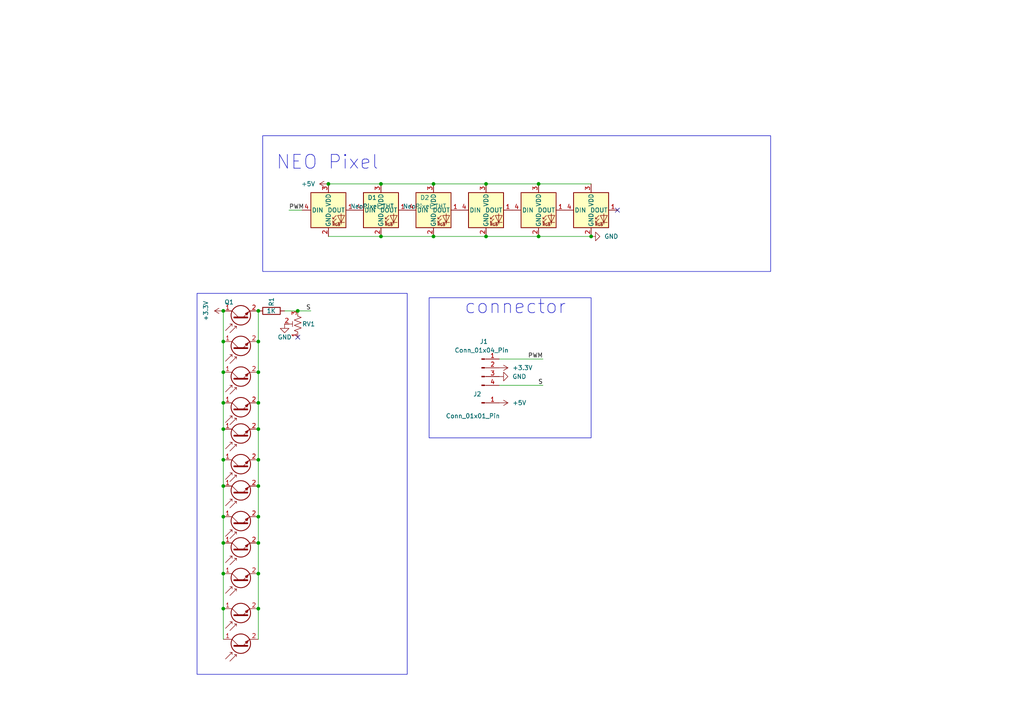
<source format=kicad_sch>
(kicad_sch (version 20230121) (generator eeschema)
  (paper "A4")
  (lib_symbols
    (symbol "Connector:Conn_01x01_Pin" (pin_names (offset 1.016) hide)
      (property "Reference" "J" (at 0 2.54 0))
      (property "Value" "Conn_01x01_Pin" (at 0 -2.54 0))
      (symbol "Conn_01x01_Pin_1_1"
        (polyline (pts (xy 1.27 0) (xy 0.8636 0)) (stroke (width 0.1524)))
        (rectangle (start 0.8636 0.127) (end 0 -0.127) (stroke (width 0.1524)) (fill (type outline)))
        (pin passive line (at 5.08 0 180) (length 3.81) (name "Pin_1") (number "1"))
      )
    )
    (symbol "Connector:Conn_01x04_Pin" (pin_names (offset 1.016) hide)
      (property "Reference" "J" (at 0 5.08 0))
      (property "Value" "Conn_01x04_Pin" (at 0 -7.62 0))
      (symbol "Conn_01x04_Pin_1_1"
        (polyline (pts (xy 1.27 -5.08) (xy 0.8636 -5.08)) (stroke (width 0.1524)))
        (polyline (pts (xy 1.27 -2.54) (xy 0.8636 -2.54)) (stroke (width 0.1524)))
        (polyline (pts (xy 1.27 0) (xy 0.8636 0)) (stroke (width 0.1524)))
        (polyline (pts (xy 1.27 2.54) (xy 0.8636 2.54)) (stroke (width 0.1524)))
        (rectangle (start 0.8636 -4.953) (end 0 -5.207) (stroke (width 0.1524)) (fill (type outline)))
        (rectangle (start 0.8636 -2.413) (end 0 -2.667) (stroke (width 0.1524)) (fill (type outline)))
        (rectangle (start 0.8636 0.127) (end 0 -0.127) (stroke (width 0.1524)) (fill (type outline)))
        (rectangle (start 0.8636 2.667) (end 0 2.413) (stroke (width 0.1524)) (fill (type outline)))
        (pin passive line (at 5.08 2.54 180) (length 3.81) (name "Pin_1") (number "1"))
        (pin passive line (at 5.08 0 180) (length 3.81) (name "Pin_2") (number "2"))
        (pin passive line (at 5.08 -2.54 180) (length 3.81) (name "Pin_3") (number "3"))
        (pin passive line (at 5.08 -5.08 180) (length 3.81) (name "Pin_4") (number "4"))
      )
    )
    (symbol "Device:Q_Photo_NPN" (pin_names (offset 0) hide)
      (property "Reference" "Q" (at 5.08 1.27 0))
      (property "Value" "Q_Photo_NPN" (at 5.08 -1.27 0))
      (symbol "Q_Photo_NPN_0_1"
        (polyline (pts (xy -1.905 1.27) (xy -2.54 1.27)))
        (polyline (pts (xy -1.27 2.54) (xy -1.905 2.54)))
        (polyline (pts (xy 0.635 0.635) (xy 2.54 2.54)))
        (polyline (pts (xy -3.81 3.175) (xy -1.905 1.27) (xy -1.905 1.905)))
        (polyline (pts (xy -3.175 4.445) (xy -1.27 2.54) (xy -1.27 3.175)))
        (polyline (pts (xy 0.635 -0.635) (xy 2.54 -2.54) (xy 2.54 -2.54)))
        (polyline (pts (xy 0.635 1.905) (xy 0.635 -1.905) (xy 0.635 -1.905)) (stroke (width 0.508)))
        (polyline (pts (xy 1.27 -1.778) (xy 1.778 -1.27) (xy 2.286 -2.286) (xy 1.27 -1.778) (xy 1.27 -1.778)) (fill (type outline)))
        (circle (center 1.27 0) (radius 2.8194) (stroke (width 0.254)))
      )
      (symbol "Q_Photo_NPN_1_1"
        (pin passive line (at 2.54 5.08 270) (length 2.54) (name "C") (number "1"))
        (pin passive line (at 2.54 -5.08 90) (length 2.54) (name "E") (number "2"))
      )
    )
    (symbol "Device:R" (pin_numbers hide) (pin_names (offset 0))
      (property "Reference" "R" (at 2.032 0 90))
      (property "Value" "R" (at 0 0 90))
      (symbol "R_0_1"
        (rectangle (start -1.016 -2.54) (end 1.016 2.54) (stroke (width 0.254)))
      )
      (symbol "R_1_1"
        (pin passive line (at 0 3.81 270) (length 1.27) (name "~") (number "1"))
        (pin passive line (at 0 -3.81 90) (length 1.27) (name "~") (number "2"))
      )
    )
    (symbol "Device:R_Potentiometer_Trim_US" (pin_names (offset 1.016) hide)
      (property "Reference" "RV" (at -4.445 0 90))
      (property "Value" "R_Potentiometer_Trim_US" (at -2.54 0 90))
      (symbol "R_Potentiometer_Trim_US_0_1"
        (polyline (pts (xy 0 -2.286) (xy 0 -2.54)))
        (polyline (pts (xy 0 2.286) (xy 0 2.54)))
        (polyline (pts (xy 1.524 0.762) (xy 1.524 -0.762)))
        (polyline (pts (xy 2.54 0) (xy 1.524 0)))
        (polyline (pts (xy 0 -0.762) (xy 1.016 -1.143) (xy 0 -1.524) (xy -1.016 -1.905) (xy 0 -2.286)))
        (polyline (pts (xy 0 0.762) (xy 1.016 0.381) (xy 0 0) (xy -1.016 -0.381) (xy 0 -0.762)))
        (polyline (pts (xy 0 2.286) (xy 1.016 1.905) (xy 0 1.524) (xy -1.016 1.143) (xy 0 0.762)))
      )
      (symbol "R_Potentiometer_Trim_US_1_1"
        (pin passive line (at 0 3.81 270) (length 1.27) (name "1") (number "1"))
        (pin passive line (at 3.81 0 180) (length 1.27) (name "2") (number "2"))
        (pin passive line (at 0 -3.81 90) (length 1.27) (name "3") (number "3"))
      )
    )
    (symbol "LED:NeoPixel_THT" (pin_names (offset 0.254))
      (property "Reference" "D" (at 5.08 5.715 0))
      (property "Value" "NeoPixel_THT" (at 1.27 -5.715 0))
      (symbol "NeoPixel_THT_0_0"
        (text "RGB" (at 2.286 -4.191 0) (effects (font (size 0.762 0.762))))
      )
      (symbol "NeoPixel_THT_0_1"
        (polyline (pts (xy 1.27 -3.556) (xy 1.778 -3.556)))
        (polyline (pts (xy 1.27 -2.54) (xy 1.778 -2.54)))
        (polyline (pts (xy 4.699 -3.556) (xy 2.667 -3.556)))
        (polyline (pts (xy 2.286 -2.54) (xy 1.27 -3.556) (xy 1.27 -3.048)))
        (polyline (pts (xy 2.286 -1.524) (xy 1.27 -2.54) (xy 1.27 -2.032)))
        (polyline (pts (xy 3.683 -1.016) (xy 3.683 -3.556) (xy 3.683 -4.064)))
        (polyline (pts (xy 4.699 -1.524) (xy 2.667 -1.524) (xy 3.683 -3.556) (xy 4.699 -1.524)))
        (rectangle (start 5.08 5.08) (end -5.08 -5.08) (stroke (width 0.254)) (fill (type background)))
      )
      (symbol "NeoPixel_THT_1_1"
        (pin output line (at 7.62 0 180) (length 2.54) (name "DOUT") (number "1"))
        (pin power_in line (at 0 -7.62 90) (length 2.54) (name "GND") (number "2"))
        (pin power_in line (at 0 7.62 270) (length 2.54) (name "VDD") (number "3"))
        (pin input line (at -7.62 0 0) (length 2.54) (name "DIN") (number "4"))
      )
    )
    (symbol "power:+3.3V" (power) (pin_names (offset 0))
      (property "Value" "+3.3V" (at 0 3.556 0))
      (symbol "+3.3V_0_1"
        (polyline (pts (xy -0.762 1.27) (xy 0 2.54)))
        (polyline (pts (xy 0 0) (xy 0 2.54)))
        (polyline (pts (xy 0 2.54) (xy 0.762 1.27)))
      )
      (symbol "+3.3V_1_1"
        (pin power_in line (at 0 0 90) (length 0) hide (name "+3.3V") (number "1"))
      )
    )
    (symbol "power:+5V" (power) (pin_names (offset 0))
      (property "Value" "+5V" (at 0 3.556 0))
      (symbol "+5V_0_1"
        (polyline (pts (xy -0.762 1.27) (xy 0 2.54)))
        (polyline (pts (xy 0 0) (xy 0 2.54)))
        (polyline (pts (xy 0 2.54) (xy 0.762 1.27)))
      )
      (symbol "+5V_1_1"
        (pin power_in line (at 0 0 90) (length 0) hide (name "+5V") (number "1"))
      )
    )
    (symbol "power:GND" (power) (pin_names (offset 0))
      (property "Value" "GND" (at 0 -3.81 0))
      (symbol "GND_0_1"
        (polyline (pts (xy 0 0) (xy 0 -1.27) (xy 1.27 -1.27) (xy 0 -2.54) (xy -1.27 -1.27) (xy 0 -1.27)))
      )
      (symbol "GND_1_1"
        (pin power_in line (at 0 0 270) (length 0) hide (name "GND") (number "1"))
      )
    )
  )
  (junction (at 64.77 116.84))
  (junction (at 125.73 53.34))
  (junction (at 64.77 176.53))
  (junction (at 74.93 157.48))
  (junction (at 125.73 68.58))
  (junction (at 64.77 157.48))
  (junction (at 140.97 53.34))
  (junction (at 110.49 53.34))
  (junction (at 74.93 90.17))
  (junction (at 74.93 140.97))
  (junction (at 156.21 53.34))
  (junction (at 74.93 99.06))
  (junction (at 64.77 99.06))
  (junction (at 74.93 124.46))
  (junction (at 74.93 133.35))
  (junction (at 64.77 149.86))
  (junction (at 171.45 68.58))
  (junction (at 64.77 90.17))
  (junction (at 74.93 149.86))
  (junction (at 64.77 133.35))
  (junction (at 74.93 176.53))
  (junction (at 110.49 68.58))
  (junction (at 140.97 68.58))
  (junction (at 64.77 107.95))
  (junction (at 156.21 68.58))
  (junction (at 74.93 166.37))
  (junction (at 64.77 166.37))
  (junction (at 74.93 107.95))
  (junction (at 95.25 53.34))
  (junction (at 64.77 124.46))
  (junction (at 74.93 116.84))
  (junction (at 86.36 90.17))
  (junction (at 64.77 140.97))
  (no_connect (at 179.07 60.96))
  (no_connect (at 86.36 97.79))
  (wire (pts (xy 83.82 60.96) (xy 87.63 60.96)))
  (wire (pts (xy 140.97 68.58) (xy 156.21 68.58)))
  (wire (pts (xy 74.93 90.17) (xy 74.93 99.06)))
  (wire (pts (xy 74.93 176.53) (xy 74.93 185.42)))
  (wire (pts (xy 64.77 157.48) (xy 64.77 166.37)))
  (wire (pts (xy 74.93 124.46) (xy 74.93 133.35)))
  (wire (pts (xy 140.97 53.34) (xy 156.21 53.34)))
  (wire (pts (xy 64.77 149.86) (xy 64.77 157.48)))
  (wire (pts (xy 74.93 140.97) (xy 74.93 149.86)))
  (wire (pts (xy 64.77 176.53) (xy 64.77 185.42)))
  (wire (pts (xy 74.93 157.48) (xy 74.93 166.37)))
  (wire (pts (xy 64.77 107.95) (xy 64.77 116.84)))
  (wire (pts (xy 74.93 149.86) (xy 74.93 157.48)))
  (wire (pts (xy 110.49 68.58) (xy 125.73 68.58)))
  (wire (pts (xy 82.55 90.17) (xy 86.36 90.17)))
  (wire (pts (xy 64.77 166.37) (xy 64.77 176.53)))
  (wire (pts (xy 95.25 68.58) (xy 110.49 68.58)))
  (wire (pts (xy 74.93 99.06) (xy 74.93 107.95)))
  (wire (pts (xy 95.25 53.34) (xy 110.49 53.34)))
  (wire (pts (xy 74.93 107.95) (xy 74.93 116.84)))
  (wire (pts (xy 110.49 53.34) (xy 125.73 53.34)))
  (wire (pts (xy 140.97 68.58) (xy 125.73 68.58)))
  (wire (pts (xy 157.48 111.76) (xy 144.78 111.76)))
  (wire (pts (xy 64.77 133.35) (xy 64.77 140.97)))
  (wire (pts (xy 157.48 104.14) (xy 144.78 104.14)))
  (wire (pts (xy 74.93 116.84) (xy 74.93 124.46)))
  (wire (pts (xy 86.36 90.17) (xy 90.17 90.17)))
  (wire (pts (xy 156.21 68.58) (xy 171.45 68.58)))
  (wire (pts (xy 74.93 166.37) (xy 74.93 176.53)))
  (wire (pts (xy 140.97 53.34) (xy 125.73 53.34)))
  (wire (pts (xy 156.21 53.34) (xy 171.45 53.34)))
  (wire (pts (xy 74.93 133.35) (xy 74.93 140.97)))
  (wire (pts (xy 64.77 140.97) (xy 64.77 149.86)))
  (wire (pts (xy 64.77 99.06) (xy 64.77 107.95)))
  (wire (pts (xy 64.77 116.84) (xy 64.77 124.46)))
  (wire (pts (xy 64.77 90.17) (xy 64.77 99.06)))
  (wire (pts (xy 64.77 124.46) (xy 64.77 133.35)))
  (rectangle (start 124.46 86.36) (end 171.45 127))
  (rectangle (start 57.15 85.09) (end 118.11 195.58))
  (rectangle (start 76.2 39.37) (end 223.52 78.74))
  (text "connector" (at 134.62 91.44 0) (effects (font (size 4 4)) (justify left bottom)))
  (text "NEO Pixel\n" (at 80.01 49.53 0) (effects (font (size 4 4)) (justify left bottom)))
  (label "PWM" (at 83.82 60.96 0))
  (label "PWM" (at 157.48 104.14 180))
  (label "S" (at 157.48 111.76 180))
  (label "S" (at 90.17 90.17 180))
  (symbol (lib_id "power:+5V") (at 144.78 116.84 270) (unit 1)
    (property "Reference" "#PWR07" (effects hide))
    (property "Value" "+5V" (at 148.59 116.84 90) (effects (justify left)))
  )
  (symbol (lib_id "LED:NeoPixel_THT") (at 156.21 60.96 0) (unit 1)
    (property "Reference" "D4" (effects hide))
    (property "Value" "NeoPixel_THT" (effects hide))
    (property "Footprint" "LED_SMD:LED_WS2812B_PLCC4_5.0x5.0mm_P3.2mm" (effects hide))
    (property "Datasheet" "https://www.adafruit.com/product/1938" (effects hide))
  )
  (symbol (lib_id "Device:Q_Photo_NPN") (at 69.85 168.91 90) (unit 1)
    (property "Reference" "Q10" (effects hide))
    (property "Value" "Q_Photo_NPN" (effects hide))
    (property "Footprint" "LED_THT:LED_D3.0mm_Clear" (effects hide))
  )
  (symbol (lib_id "Device:Q_Photo_NPN") (at 69.85 187.96 90) (unit 1)
    (property "Reference" "Q12" (effects hide))
    (property "Value" "Q_Photo_NPN" (effects hide))
    (property "Footprint" "LED_THT:LED_D3.0mm_Clear" (effects hide))
  )
  (symbol (lib_id "Device:Q_Photo_NPN") (at 69.85 101.6 90) (unit 1)
    (property "Reference" "Q2" (effects hide))
    (property "Value" "Q_Photo_NPN" (effects hide))
    (property "Footprint" "LED_THT:LED_D3.0mm_Clear" (effects hide))
  )
  (symbol (lib_id "Connector:Conn_01x01_Pin") (at 139.7 116.84 0) (unit 1)
    (property "Reference" "J2" (at 138.43 114.3 0))
    (property "Value" "Conn_01x01_Pin" (at 137.16 120.65 0))
    (property "Footprint" "Connector_PinHeader_2.54mm:PinHeader_1x01_P2.54mm_Vertical" (effects hide))
  )
  (symbol (lib_id "LED:NeoPixel_THT") (at 125.73 60.96 0) (unit 1)
    (property "Reference" "D3" (effects hide))
    (property "Value" "NeoPixel_THT" (effects hide))
    (property "Footprint" "LED_SMD:LED_WS2812B_PLCC4_5.0x5.0mm_P3.2mm" (effects hide))
    (property "Datasheet" "https://www.adafruit.com/product/1938" (effects hide))
  )
  (symbol (lib_id "power:+5V") (at 95.25 53.34 90) (unit 1)
    (property "Reference" "#PWR02" (effects hide))
    (property "Value" "+5V" (at 91.44 53.34 90) (effects (justify left)))
  )
  (symbol (lib_id "LED:NeoPixel_THT") (at 95.25 60.96 0) (unit 1)
    (property "Reference" "D1" (at 107.95 57.3121 0))
    (property "Value" "NeoPixel_THT" (at 107.95 59.8521 0))
    (property "Footprint" "LED_SMD:LED_WS2812B_PLCC4_5.0x5.0mm_P3.2mm" (effects hide))
    (property "Datasheet" "https://www.adafruit.com/product/1938" (effects hide))
  )
  (symbol (lib_id "Device:Q_Photo_NPN") (at 69.85 179.07 90) (unit 1)
    (property "Reference" "Q11" (effects hide))
    (property "Value" "Q_Photo_NPN" (effects hide))
    (property "Footprint" "LED_THT:LED_D3.0mm_Clear" (effects hide))
  )
  (symbol (lib_id "power:+3.3V") (at 64.77 90.17 90) (unit 1)
    (property "Reference" "#PWR01" (effects hide))
    (property "Value" "+3.3V" (at 59.69 90.17 0))
  )
  (symbol (lib_id "Device:Q_Photo_NPN") (at 69.85 143.51 90) (unit 1)
    (property "Reference" "Q7" (effects hide))
    (property "Value" "Q_Photo_NPN" (effects hide))
    (property "Footprint" "LED_THT:LED_D3.0mm_Clear" (effects hide))
  )
  (symbol (lib_id "Device:Q_Photo_NPN") (at 69.85 152.4 90) (unit 1)
    (property "Reference" "Q8" (effects hide))
    (property "Value" "Q_Photo_NPN" (effects hide))
    (property "Footprint" "LED_THT:LED_D3.0mm_Clear" (effects hide))
  )
  (symbol (lib_id "power:GND") (at 82.55 93.98 0) (unit 1)
    (property "Reference" "#PWR03" (effects hide))
    (property "Value" "GND" (at 82.55 97.79 0))
  )
  (symbol (lib_id "power:+3.3V") (at 144.78 106.68 270) (unit 1)
    (property "Reference" "#PWR05" (effects hide))
    (property "Value" "+3.3V" (at 148.59 106.68 90) (effects (justify left)))
  )
  (symbol (lib_id "Device:R_Potentiometer_Trim_US") (at 86.36 93.98 180) (unit 1)
    (property "Reference" "RV1" (at 87.63 93.98 0) (effects (justify right)))
    (property "Value" "R_Potentiometer_Trim_US" (effects hide))
    (property "Footprint" "Potentiometer_SMD:Potentiometer_Vishay_TS53YJ_Vertical" (effects hide))
  )
  (symbol (lib_id "Device:Q_Photo_NPN") (at 69.85 110.49 90) (unit 1)
    (property "Reference" "Q3" (effects hide))
    (property "Value" "Q_Photo_NPN" (effects hide))
    (property "Footprint" "LED_THT:LED_D3.0mm_Clear" (effects hide))
  )
  (symbol (lib_id "Device:Q_Photo_NPN") (at 69.85 92.71 90) (unit 1)
    (property "Reference" "Q1" (at 67.8307 87.63 90) (effects (justify left)))
    (property "Value" "Q_Photo_NPN" (effects hide))
    (property "Footprint" "LED_THT:LED_D3.0mm_Clear" (effects hide))
  )
  (symbol (lib_id "Connector:Conn_01x04_Pin") (at 139.7 106.68 0) (unit 1)
    (property "Reference" "J1" (at 140.335 99.06 0))
    (property "Value" "Conn_01x04_Pin" (at 139.7 101.6 0))
    (property "Footprint" "Connector_PinHeader_2.54mm:PinHeader_1x04_P2.54mm_Horizontal" (effects hide))
  )
  (symbol (lib_id "Device:Q_Photo_NPN") (at 69.85 119.38 90) (unit 1)
    (property "Reference" "Q4" (effects hide))
    (property "Value" "Q_Photo_NPN" (effects hide))
    (property "Footprint" "LED_THT:LED_D3.0mm_Clear" (effects hide))
  )
  (symbol (lib_id "power:GND") (at 144.78 109.22 90) (unit 1)
    (property "Reference" "#PWR06" (effects hide))
    (property "Value" "GND" (at 148.59 109.22 90) (effects (justify right)))
  )
  (symbol (lib_id "LED:NeoPixel_THT") (at 110.49 60.96 0) (unit 1)
    (property "Reference" "D2" (at 123.19 57.3121 0))
    (property "Value" "NeoPixel_THT" (at 123.19 59.8521 0))
    (property "Footprint" "LED_SMD:LED_WS2812B_PLCC4_5.0x5.0mm_P3.2mm" (effects hide))
    (property "Datasheet" "https://www.adafruit.com/product/1938" (effects hide))
  )
  (symbol (lib_id "LED:NeoPixel_THT") (at 171.45 60.96 0) (unit 1)
    (property "Reference" "D5" (effects hide))
    (property "Value" "NeoPixel_THT" (effects hide))
    (property "Footprint" "LED_SMD:LED_WS2812B_PLCC4_5.0x5.0mm_P3.2mm" (effects hide))
    (property "Datasheet" "https://www.adafruit.com/product/1938" (effects hide))
  )
  (symbol (lib_id "Device:Q_Photo_NPN") (at 69.85 135.89 90) (unit 1)
    (property "Reference" "Q6" (effects hide))
    (property "Value" "Q_Photo_NPN" (effects hide))
    (property "Footprint" "LED_THT:LED_D3.0mm_Clear" (effects hide))
  )
  (symbol (lib_id "Device:R") (at 78.74 90.17 270) (unit 1)
    (property "Reference" "R1" (at 78.74 88.9 0) (effects (justify right)))
    (property "Value" "1K" (at 80.01 90.17 90) (effects (justify right)))
    (property "Footprint" "Resistor_SMD:R_2010_5025Metric" (effects hide))
  )
  (symbol (lib_id "LED:NeoPixel_THT") (at 140.97 60.96 0) (unit 1)
    (property "Reference" "D6" (effects hide))
    (property "Value" "NeoPixel_THT" (effects hide))
    (property "Footprint" "LED_SMD:LED_WS2812B_PLCC4_5.0x5.0mm_P3.2mm" (effects hide))
    (property "Datasheet" "https://www.adafruit.com/product/1938" (effects hide))
  )
  (symbol (lib_id "Device:Q_Photo_NPN") (at 69.85 160.02 90) (unit 1)
    (property "Reference" "Q9" (effects hide))
    (property "Value" "Q_Photo_NPN" (effects hide))
    (property "Footprint" "LED_THT:LED_D3.0mm_Clear" (effects hide))
  )
  (symbol (lib_id "Device:Q_Photo_NPN") (at 69.85 127 90) (unit 1)
    (property "Reference" "Q5" (effects hide))
    (property "Value" "Q_Photo_NPN" (effects hide))
    (property "Footprint" "LED_THT:LED_D3.0mm_Clear" (effects hide))
  )
  (symbol (lib_id "power:GND") (at 171.45 68.58 90) (unit 1)
    (property "Reference" "#PWR04" (effects hide))
    (property "Value" "GND" (at 175.26 68.58 90) (effects (justify right)))
  )
)
</source>
